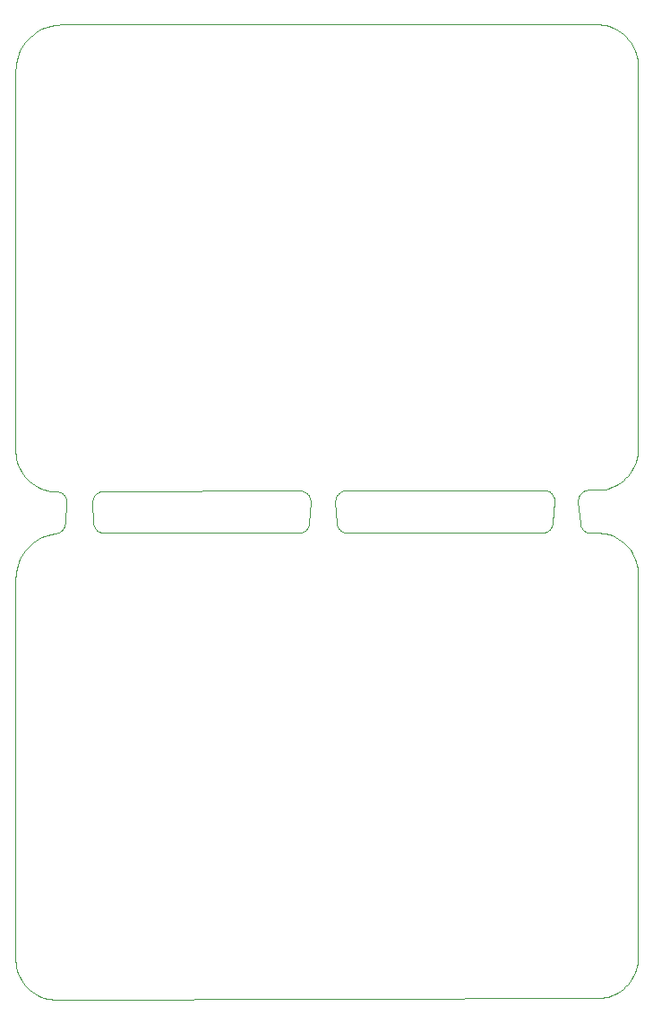
<source format=gko>
%MOIN*%
%OFA0B0*%
%FSLAX36Y36*%
%IPPOS*%
%LPD*%
%ADD10C,0*%
D10*
X000365981Y002010590D02*
X000365981Y002010590D01*
X000362959Y002010706D01*
X000359956Y002011054D01*
X000356988Y002011631D01*
X000354073Y002012434D01*
X000351229Y002013458D01*
X000348471Y002014698D01*
X000345817Y002016146D01*
X000343281Y002017793D01*
X000340880Y002019629D01*
X000338626Y002021645D01*
X000336534Y002023828D01*
X000334616Y002026164D01*
X000332882Y002028641D01*
X000331344Y002031244D01*
X000330010Y002033957D01*
X000328888Y002036765D01*
X000327984Y002039650D01*
X000327305Y002042596D01*
X000326854Y002045586D01*
X000326634Y002048601D01*
X000323994Y002125050D01*
X000324011Y002128204D01*
X000324281Y002131347D01*
X000324802Y002134458D01*
X000325570Y002137517D01*
X000326580Y002140505D01*
X000327827Y002143403D01*
X000329301Y002146191D01*
X000330994Y002148853D01*
X000332895Y002151370D01*
X000334991Y002153728D01*
X000337269Y002155909D01*
X000339715Y002157902D01*
X000342312Y002159692D01*
X000345044Y002161269D01*
X000347893Y002162622D01*
X000350842Y002163742D01*
X000353871Y002164623D01*
X000356960Y002165258D01*
X000360091Y002165644D01*
X000363243Y002165778D01*
X001095124Y002167595D01*
X001098331Y002167472D01*
X001101518Y002167088D01*
X001104662Y002166446D01*
X001107744Y002165550D01*
X001110743Y002164406D01*
X001113638Y002163022D01*
X001116412Y002161406D01*
X001119044Y002159570D01*
X001121518Y002157525D01*
X001123817Y002155286D01*
X001125926Y002152867D01*
X001127831Y002150284D01*
X001129520Y002147555D01*
X001130980Y002144697D01*
X001132203Y002141730D01*
X001133180Y002138673D01*
X001133905Y002135546D01*
X001134373Y002132371D01*
X001134581Y002129168D01*
X001134527Y002125959D01*
X001130016Y002047695D01*
X001129733Y002044730D01*
X001129226Y002041796D01*
X001128498Y002038908D01*
X001127555Y002036083D01*
X001126400Y002033338D01*
X001125042Y002030688D01*
X001123487Y002028148D01*
X001121744Y002025733D01*
X001119824Y002023456D01*
X001117737Y002021332D01*
X001115496Y002019371D01*
X001113113Y002017585D01*
X001110602Y002015984D01*
X001107977Y002014578D01*
X001105253Y002013374D01*
X001102445Y002012379D01*
X001099571Y002011600D01*
X001096646Y002011040D01*
X001093687Y002010703D01*
X001090711Y002010590D01*
X000365981Y002010590D01*
X000187590Y002165391D02*
X000187590Y002165391D01*
X000190795Y002165235D01*
X000193977Y002164818D01*
X000197115Y002164143D01*
X000200187Y002163215D01*
X000203173Y002162040D01*
X000206054Y002160625D01*
X000208810Y002158980D01*
X000211423Y002157117D01*
X000213875Y002155047D01*
X000216150Y002152784D01*
X000218234Y002150343D01*
X000220112Y002147740D01*
X000221772Y002144994D01*
X000223202Y002142121D01*
X000224394Y002139141D01*
X000225339Y002136074D01*
X000226032Y002132940D01*
X000226466Y002129760D01*
X000226640Y002126556D01*
X000226553Y002123348D01*
X000221262Y002045645D01*
X000220981Y002042922D01*
X000220512Y002040226D01*
X000219856Y002037569D01*
X000219018Y002034963D01*
X000218001Y002032422D01*
X000216809Y002029959D01*
X000215449Y002027583D01*
X000213928Y002025308D01*
X000212252Y002023145D01*
X000210430Y002021102D01*
X000208470Y002019192D01*
X000206382Y002017422D01*
X000204177Y002015801D01*
X000201864Y002014338D01*
X000199455Y002013039D01*
X000196962Y002011910D01*
X000194396Y002010958D01*
X000191770Y002010185D01*
X000189097Y002009598D01*
X000186390Y002009197D01*
X000181906Y002008692D01*
X000169415Y002006328D01*
X000157135Y002003038D01*
X000145135Y001998839D01*
X000133483Y001993755D01*
X000122243Y001987815D01*
X000111479Y001981051D01*
X000101250Y001973502D01*
X000091614Y001965209D01*
X000082625Y001956220D01*
X000074332Y001946583D01*
X000066783Y001936355D01*
X000060019Y001925590D01*
X000054079Y001914350D01*
X000048995Y001902698D01*
X000044796Y001890699D01*
X000041506Y001878419D01*
X000039142Y001865927D01*
X000037719Y001853294D01*
X000037244Y001840590D01*
X000037244Y000420590D01*
X000038169Y000408220D01*
X000040112Y000395969D01*
X000043061Y000383920D01*
X000046994Y000372156D01*
X000051886Y000360757D01*
X000057702Y000349801D01*
X000064403Y000339362D01*
X000071943Y000329513D01*
X000080271Y000320320D01*
X000089330Y000311845D01*
X000099057Y000304148D01*
X000109387Y000297281D01*
X000120249Y000291290D01*
X000131568Y000286216D01*
X000143268Y000282094D01*
X000155268Y000278953D01*
X000167486Y000276813D01*
X000179839Y000275690D01*
X000192243Y000275590D01*
X002207243Y000280590D01*
X002219613Y000281516D01*
X002231865Y000283459D01*
X002243913Y000286408D01*
X002255677Y000290341D01*
X002267076Y000295232D01*
X002278033Y000301049D01*
X002288472Y000307750D01*
X002298321Y000315290D01*
X002307514Y000323618D01*
X002315989Y000332677D01*
X002323685Y000342404D01*
X002330553Y000352734D01*
X002336544Y000363595D01*
X002341618Y000374915D01*
X002345739Y000386615D01*
X002348881Y000398614D01*
X002351020Y000410833D01*
X002352144Y000423186D01*
X002352243Y000435590D01*
X002352243Y001865590D01*
X002351318Y001877960D01*
X002349375Y001890211D01*
X002346426Y001902260D01*
X002342492Y001914024D01*
X002337601Y001925423D01*
X002331785Y001936380D01*
X002325084Y001946819D01*
X002317543Y001956668D01*
X002309215Y001965861D01*
X002300157Y001974335D01*
X002290430Y001982032D01*
X002280100Y001988900D01*
X002269238Y001994891D01*
X002257919Y001999965D01*
X002246219Y002004086D01*
X002234219Y002007228D01*
X002222001Y002009367D01*
X002209648Y002010491D01*
X002197243Y002010590D01*
X002197243Y002010590D01*
X002177004Y002010590D01*
X002174082Y002010699D01*
X002171177Y002011024D01*
X002168303Y002011564D01*
X002165478Y002012315D01*
X002162716Y002013274D01*
X002160032Y002014436D01*
X002157443Y002015794D01*
X002154961Y002017340D01*
X002152601Y002019065D01*
X002150375Y002020962D01*
X002148297Y002023018D01*
X002146376Y002025223D01*
X002144625Y002027564D01*
X002143052Y002030029D01*
X002141667Y002032603D01*
X002140476Y002035274D01*
X002139487Y002038025D01*
X002138704Y002040842D01*
X002138133Y002043710D01*
X002137777Y002046612D01*
X002130869Y002127543D01*
X002130726Y002130794D01*
X002130853Y002134046D01*
X002131247Y002137276D01*
X002131907Y002140462D01*
X002132828Y002143583D01*
X002134003Y002146617D01*
X002135425Y002149544D01*
X002137084Y002152343D01*
X002138968Y002154996D01*
X002141065Y002157484D01*
X002143360Y002159791D01*
X002145838Y002161900D01*
X002148481Y002163798D01*
X002151272Y002165470D01*
X002154192Y002166906D01*
X002157221Y002168097D01*
X002160337Y002169033D01*
X002163520Y002169709D01*
X002166748Y002170119D01*
X002169999Y002170262D01*
X002207243Y002170354D01*
X002219613Y002171280D01*
X002231865Y002173223D01*
X002243913Y002176172D01*
X002255677Y002180105D01*
X002267076Y002184996D01*
X002278033Y002190813D01*
X002288472Y002197514D01*
X002298321Y002205054D01*
X002307514Y002213382D01*
X002315989Y002222440D01*
X002323685Y002232168D01*
X002330553Y002242498D01*
X002336544Y002253359D01*
X002341618Y002264679D01*
X002345739Y002276378D01*
X002348881Y002288378D01*
X002351020Y002300597D01*
X002352144Y002312950D01*
X002352243Y002325354D01*
X002352243Y003755354D01*
X002351318Y003767724D01*
X002349375Y003779975D01*
X002346426Y003792024D01*
X002342492Y003803788D01*
X002337601Y003815187D01*
X002331785Y003826144D01*
X002325084Y003836582D01*
X002317543Y003846432D01*
X002309215Y003855625D01*
X002300157Y003864099D01*
X002290430Y003871796D01*
X002280100Y003878664D01*
X002269238Y003884655D01*
X002257919Y003889729D01*
X002246219Y003893850D01*
X002234219Y003896992D01*
X002222001Y003899131D01*
X002209648Y003900255D01*
X002197243Y003900354D01*
X002197243Y003900354D01*
X000207244Y003900354D01*
X000194539Y003899879D01*
X000181906Y003898456D01*
X000169415Y003896092D01*
X000157135Y003892801D01*
X000145135Y003888603D01*
X000133483Y003883519D01*
X000122243Y003877578D01*
X000111479Y003870815D01*
X000101250Y003863265D01*
X000091614Y003854973D01*
X000082625Y003845983D01*
X000074332Y003836347D01*
X000066783Y003826118D01*
X000060019Y003815354D01*
X000054079Y003804114D01*
X000048995Y003792462D01*
X000044796Y003780462D01*
X000041506Y003768183D01*
X000039142Y003755691D01*
X000037719Y003743058D01*
X000037244Y003730354D01*
X000037244Y002310354D01*
X000038169Y002297984D01*
X000040112Y002285733D01*
X000043061Y002273684D01*
X000046994Y002261920D01*
X000051886Y002250521D01*
X000057702Y002239564D01*
X000064403Y002229126D01*
X000071943Y002219277D01*
X000080271Y002210083D01*
X000089330Y002201609D01*
X000099057Y002193912D01*
X000109387Y002187044D01*
X000120249Y002181054D01*
X000131568Y002175979D01*
X000143268Y002171858D01*
X000155268Y002168716D01*
X000167486Y002166577D01*
X000179839Y002165454D01*
X000187590Y002165391D01*
X002002815Y002169847D02*
X002002815Y002169847D01*
X002006071Y002169720D01*
X002009307Y002169324D01*
X002012498Y002168662D01*
X002015623Y002167739D01*
X002018662Y002166559D01*
X002021593Y002165133D01*
X002024395Y002163469D01*
X002027050Y002161579D01*
X002029540Y002159476D01*
X002031848Y002157174D01*
X002033957Y002154689D01*
X002035853Y002152039D01*
X002037524Y002149240D01*
X002038957Y002146313D01*
X002040143Y002143277D01*
X002041075Y002140154D01*
X002041744Y002136964D01*
X002042148Y002133730D01*
X002042282Y002130474D01*
X002042147Y002127217D01*
X002035458Y002046701D01*
X002035107Y002043793D01*
X002034541Y002040920D01*
X002033764Y002038097D01*
X002032778Y002035340D01*
X002031590Y002032663D01*
X002030207Y002030082D01*
X002028635Y002027611D01*
X002026884Y002025264D01*
X002024964Y002023054D01*
X002022885Y002020992D01*
X002020658Y002019090D01*
X002018296Y002017359D01*
X002015812Y002015809D01*
X002013219Y002014448D01*
X002010533Y002013283D01*
X002007767Y002012320D01*
X002004937Y002011567D01*
X002002060Y002011025D01*
X001999149Y002010699D01*
X001996223Y002010590D01*
X001271492Y002010590D01*
X001268521Y002010702D01*
X001265566Y002011039D01*
X001262646Y002011597D01*
X001259776Y002012374D01*
X001256972Y002013365D01*
X001254252Y002014566D01*
X001251630Y002015968D01*
X001249121Y002017564D01*
X001246739Y002019345D01*
X001244499Y002021300D01*
X001242413Y002023419D01*
X001240493Y002025690D01*
X001238750Y002028099D01*
X001237193Y002030632D01*
X001235832Y002033276D01*
X001234675Y002036015D01*
X001233727Y002038833D01*
X001232995Y002041715D01*
X001232483Y002044644D01*
X001232193Y002047604D01*
X001227475Y002126294D01*
X001227413Y002129498D01*
X001227612Y002132696D01*
X001228071Y002135867D01*
X001228786Y002138990D01*
X001229753Y002142045D01*
X001230965Y002145011D01*
X001232414Y002147869D01*
X001234090Y002150600D01*
X001235984Y002153185D01*
X001238081Y002155608D01*
X001240368Y002157852D01*
X001242830Y002159902D01*
X001245451Y002161746D01*
X001248213Y002163370D01*
X001251098Y002164765D01*
X001254086Y002165920D01*
X001257159Y002166828D01*
X001260296Y002167484D01*
X001263475Y002167882D01*
X001266676Y002168020D01*
X002002815Y002169847D01*
M02*
</source>
